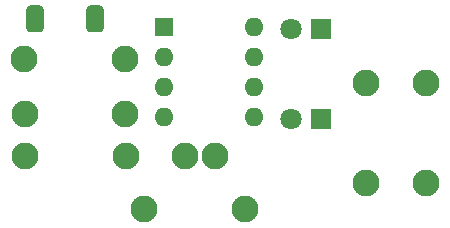
<source format=gbr>
%TF.GenerationSoftware,KiCad,Pcbnew,7.0.6-0*%
%TF.CreationDate,2023-08-03T16:52:38-04:00*%
%TF.ProjectId,Temp_Alarm,54656d70-5f41-46c6-9172-6d2e6b696361,rev?*%
%TF.SameCoordinates,Original*%
%TF.FileFunction,Soldermask,Top*%
%TF.FilePolarity,Negative*%
%FSLAX46Y46*%
G04 Gerber Fmt 4.6, Leading zero omitted, Abs format (unit mm)*
G04 Created by KiCad (PCBNEW 7.0.6-0) date 2023-08-03 16:52:38*
%MOMM*%
%LPD*%
G01*
G04 APERTURE LIST*
G04 Aperture macros list*
%AMRoundRect*
0 Rectangle with rounded corners*
0 $1 Rounding radius*
0 $2 $3 $4 $5 $6 $7 $8 $9 X,Y pos of 4 corners*
0 Add a 4 corners polygon primitive as box body*
4,1,4,$2,$3,$4,$5,$6,$7,$8,$9,$2,$3,0*
0 Add four circle primitives for the rounded corners*
1,1,$1+$1,$2,$3*
1,1,$1+$1,$4,$5*
1,1,$1+$1,$6,$7*
1,1,$1+$1,$8,$9*
0 Add four rect primitives between the rounded corners*
20,1,$1+$1,$2,$3,$4,$5,0*
20,1,$1+$1,$4,$5,$6,$7,0*
20,1,$1+$1,$6,$7,$8,$9,0*
20,1,$1+$1,$8,$9,$2,$3,0*%
%AMFreePoly0*
4,1,35,0.312797,1.099367,0.509479,1.023172,0.688811,0.912134,0.844687,0.770034,0.971798,0.601712,1.065816,0.412899,1.123538,0.210026,1.143000,0.000000,1.123538,-0.210026,1.065816,-0.412899,0.971798,-0.601712,0.844687,-0.770034,0.688811,-0.912134,0.509479,-1.023172,0.312797,-1.099367,0.105463,-1.138124,-0.105463,-1.138124,-0.312797,-1.099367,-0.509479,-1.023172,-0.688811,-0.912134,
-0.844687,-0.770034,-0.971798,-0.601712,-1.065816,-0.412899,-1.123538,-0.210026,-1.143000,0.000000,-1.123538,0.210026,-1.065816,0.412899,-0.971798,0.601712,-0.844687,0.770034,-0.688811,0.912134,-0.509479,1.023172,-0.312797,1.099367,-0.105463,1.138124,0.105463,1.138124,0.312797,1.099367,0.312797,1.099367,$1*%
G04 Aperture macros list end*
%ADD10FreePoly0,180.000000*%
%ADD11RoundRect,0.381000X0.381000X-0.762000X0.381000X0.762000X-0.381000X0.762000X-0.381000X-0.762000X0*%
%ADD12R,1.600000X1.600000*%
%ADD13O,1.600000X1.600000*%
%ADD14FreePoly0,270.000000*%
%ADD15FreePoly0,0.000000*%
%ADD16R,1.800000X1.800000*%
%ADD17C,1.800000*%
G04 APERTURE END LIST*
D10*
%TO.C,R4*%
X143980000Y-107270000D03*
X152480000Y-107270000D03*
%TD*%
D11*
%TO.C,U2*%
X144780000Y-95640000D03*
X149860000Y-95640000D03*
%TD*%
D12*
%TO.C,U1*%
X155710000Y-96270000D03*
D13*
X155710000Y-98810000D03*
X155710000Y-101350000D03*
X155710000Y-103890000D03*
X163330000Y-103890000D03*
X163330000Y-101350000D03*
X163330000Y-98810000D03*
X163330000Y-96270000D03*
%TD*%
D10*
%TO.C,TH1*%
X157480000Y-107270000D03*
X160020000Y-107270000D03*
%TD*%
D14*
%TO.C,R6*%
X172820000Y-101060000D03*
X172820000Y-109560000D03*
%TD*%
%TO.C,R5*%
X177900000Y-109560000D03*
X177900000Y-101060000D03*
%TD*%
D15*
%TO.C,R3*%
X143948000Y-103695000D03*
X152448000Y-103695000D03*
%TD*%
D10*
%TO.C,R2*%
X152400000Y-99060000D03*
X143900000Y-99060000D03*
%TD*%
D15*
%TO.C,R1*%
X154060000Y-111730000D03*
X162560000Y-111730000D03*
%TD*%
D16*
%TO.C,D2*%
X169000000Y-96520000D03*
D17*
X166460000Y-96520000D03*
%TD*%
D16*
%TO.C,D1*%
X169000000Y-104140000D03*
D17*
X166460000Y-104140000D03*
%TD*%
M02*

</source>
